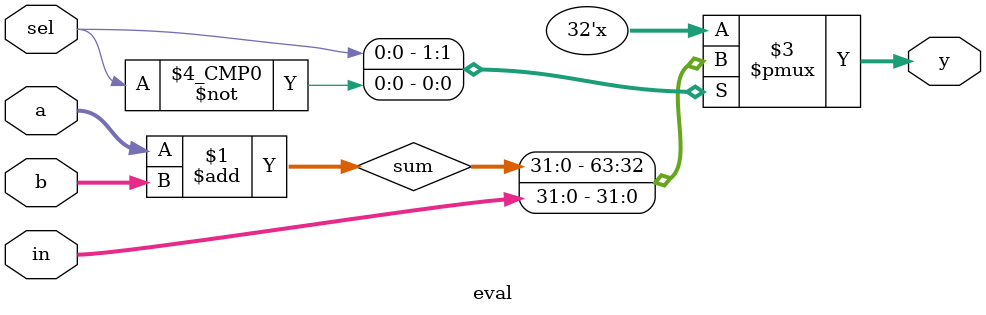
<source format=v>
module eval(a,b,in,sel,y);
input [31:0]a;
input[31:0]b;
input[31:0]in;
input sel;
output reg [31:0]y;
wire [31:0] sum;
assign sum=a+b;
always @(a,b,sel,sum)
begin
case(sel)
1'b1: y=sum;
1'b0: y=in;
endcase
end

endmodule
</source>
